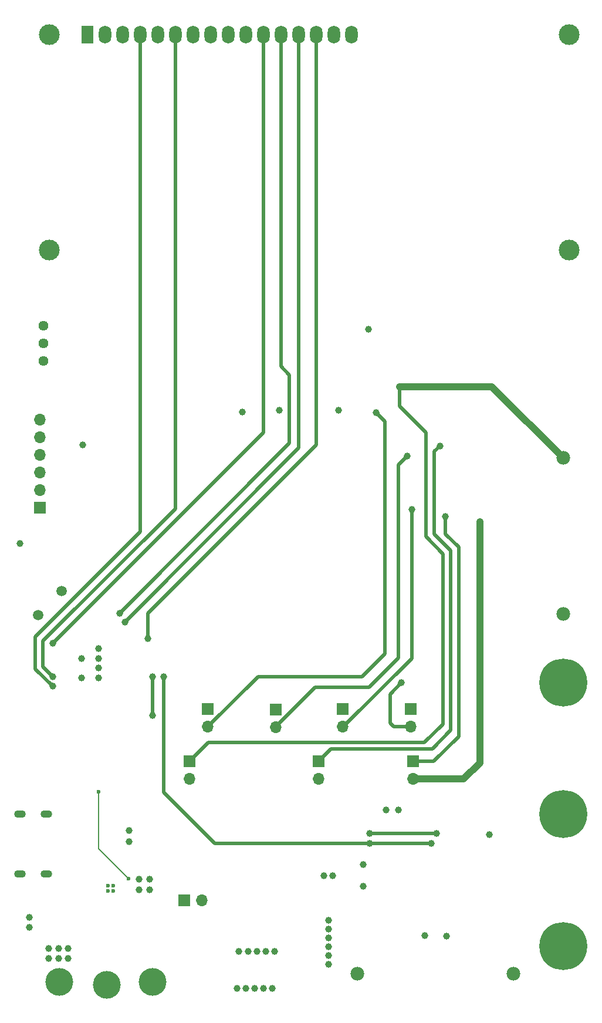
<source format=gbr>
%TF.GenerationSoftware,KiCad,Pcbnew,8.0.0*%
%TF.CreationDate,2025-03-31T17:33:55-04:00*%
%TF.ProjectId,oshe_dmm_project_v1,6f736865-5f64-46d6-9d5f-70726f6a6563,V1*%
%TF.SameCoordinates,Original*%
%TF.FileFunction,Copper,L4,Bot*%
%TF.FilePolarity,Positive*%
%FSLAX46Y46*%
G04 Gerber Fmt 4.6, Leading zero omitted, Abs format (unit mm)*
G04 Created by KiCad (PCBNEW 8.0.0) date 2025-03-31 17:33:55*
%MOMM*%
%LPD*%
G01*
G04 APERTURE LIST*
%TA.AperFunction,ComponentPad*%
%ADD10C,1.440000*%
%TD*%
%TA.AperFunction,ComponentPad*%
%ADD11C,3.000000*%
%TD*%
%TA.AperFunction,ComponentPad*%
%ADD12R,1.800000X2.600000*%
%TD*%
%TA.AperFunction,ComponentPad*%
%ADD13O,1.800000X2.600000*%
%TD*%
%TA.AperFunction,ComponentPad*%
%ADD14C,1.980000*%
%TD*%
%TA.AperFunction,ComponentPad*%
%ADD15C,4.000000*%
%TD*%
%TA.AperFunction,ComponentPad*%
%ADD16O,1.700000X1.100000*%
%TD*%
%TA.AperFunction,ComponentPad*%
%ADD17R,1.700000X1.700000*%
%TD*%
%TA.AperFunction,ComponentPad*%
%ADD18O,1.700000X1.700000*%
%TD*%
%TA.AperFunction,ComponentPad*%
%ADD19C,6.918200*%
%TD*%
%TA.AperFunction,ComponentPad*%
%ADD20C,1.500000*%
%TD*%
%TA.AperFunction,ViaPad*%
%ADD21C,1.000000*%
%TD*%
%TA.AperFunction,ViaPad*%
%ADD22C,0.600000*%
%TD*%
%TA.AperFunction,Conductor*%
%ADD23C,0.500000*%
%TD*%
%TA.AperFunction,Conductor*%
%ADD24C,1.000000*%
%TD*%
%TA.AperFunction,Conductor*%
%ADD25C,0.200000*%
%TD*%
G04 APERTURE END LIST*
D10*
%TO.P,RV1,1,1*%
%TO.N,+5V*%
X126161400Y-133205800D03*
%TO.P,RV1,2,2*%
%TO.N,Net-(DS1-VO)*%
X126161400Y-130665800D03*
%TO.P,RV1,3,3*%
%TO.N,GND*%
X126161400Y-128125800D03*
%TD*%
D11*
%TO.P,DS1,*%
%TO.N,*%
X126990900Y-86174500D03*
X126990900Y-117175200D03*
X201989480Y-117175200D03*
X201990000Y-86174500D03*
D12*
%TO.P,DS1,1,VSS*%
%TO.N,GND*%
X132490000Y-86174500D03*
D13*
%TO.P,DS1,2,VDD*%
%TO.N,+5V*%
X135030000Y-86174500D03*
%TO.P,DS1,3,VO*%
%TO.N,Net-(DS1-VO)*%
X137570000Y-86174500D03*
%TO.P,DS1,4,RS*%
%TO.N,MISO{slash}D12*%
X140110000Y-86174500D03*
%TO.P,DS1,5,R/W*%
%TO.N,GND*%
X142650000Y-86174500D03*
%TO.P,DS1,6,E*%
%TO.N,MOSI{slash}D11*%
X145190000Y-86174500D03*
%TO.P,DS1,7,D0*%
%TO.N,unconnected-(DS1-D0-Pad7)*%
X147730000Y-86174500D03*
%TO.P,DS1,8,D1*%
%TO.N,unconnected-(DS1-D1-Pad8)*%
X150270000Y-86174500D03*
%TO.P,DS1,9,D2*%
%TO.N,unconnected-(DS1-D2-Pad9)*%
X152810000Y-86174500D03*
%TO.P,DS1,10,D3*%
%TO.N,unconnected-(DS1-D3-Pad10)*%
X155350000Y-86174500D03*
%TO.P,DS1,11,D4*%
%TO.N,D5*%
X157890000Y-86174500D03*
%TO.P,DS1,12,D5*%
%TO.N,D4*%
X160430000Y-86174500D03*
%TO.P,DS1,13,D6*%
%TO.N,D3*%
X162970000Y-86174500D03*
%TO.P,DS1,14,D7*%
%TO.N,D2*%
X165510000Y-86174500D03*
%TO.P,DS1,15,LED(+)*%
%TO.N,Net-(DS1-LED(+))*%
X168050000Y-86174500D03*
%TO.P,DS1,16,LED(-)*%
%TO.N,GND*%
X170590000Y-86174500D03*
%TD*%
D14*
%TO.P,F2,1*%
%TO.N,Current_Input*%
X193977200Y-221572400D03*
%TO.P,F2,2*%
%TO.N,Net-(U2-IN+)*%
X171477200Y-221572400D03*
%TD*%
D15*
%TO.P,BAT-1,1,1*%
%TO.N,GND*%
X128447400Y-222766200D03*
%TD*%
D16*
%TO.P,J5,S1,SHIELD*%
%TO.N,GND*%
X126596000Y-198558000D03*
X122796000Y-198558000D03*
X126596000Y-207198000D03*
X122796000Y-207198000D03*
%TD*%
D15*
%TO.P,BAT+1,1,1*%
%TO.N,Net-(JP1-C)*%
X141909400Y-222766200D03*
%TD*%
D17*
%TO.P,J1,1,Pin_1*%
%TO.N,DTR*%
X125608950Y-154414800D03*
D18*
%TO.P,J1,2,Pin_2*%
%TO.N,TXD*%
X125608950Y-151874800D03*
%TO.P,J1,3,Pin_3*%
%TO.N,RXD*%
X125608950Y-149334800D03*
%TO.P,J1,4,Pin_4*%
%TO.N,+5V*%
X125608950Y-146794800D03*
%TO.P,J1,5,Pin_5*%
%TO.N,GND*%
X125608950Y-144254800D03*
%TO.P,J1,6,Pin_6*%
X125608950Y-141714800D03*
%TD*%
D17*
%TO.P,J6,1,Pin_1*%
%TO.N,9V_BAT_IN*%
X146451000Y-211006000D03*
D18*
%TO.P,J6,2,Pin_2*%
%TO.N,Net-(J6-Pin_2)*%
X148991000Y-211006000D03*
%TD*%
D17*
%TO.P,J10,1,Pin_1*%
%TO.N,+5V*%
X159634000Y-183467400D03*
D18*
%TO.P,J10,2,Pin_2*%
%TO.N,Net-(J10-Pin_2)*%
X159634000Y-186007400D03*
%TD*%
D17*
%TO.P,J13,1,Pin_1*%
%TO.N,+5V*%
X179105600Y-183447000D03*
D18*
%TO.P,J13,2,Pin_2*%
%TO.N,Net-(J13-Pin_2)*%
X179105600Y-185987000D03*
%TD*%
D14*
%TO.P,F1,1*%
%TO.N,Voltage_Input*%
X201116800Y-169678000D03*
%TO.P,F1,2*%
%TO.N,2V_Rang*%
X201116800Y-147178000D03*
%TD*%
D19*
%TO.P,J3,1,1*%
%TO.N,Input_Negative*%
X201193000Y-198610000D03*
%TD*%
D20*
%TO.P,Y1,1,1*%
%TO.N,Net-(U1-XTAL2{slash}PB7)*%
X125343389Y-169837812D03*
%TO.P,Y1,2,2*%
%TO.N,Net-(U1-XTAL1{slash}PB6)*%
X128794070Y-166387131D03*
%TD*%
D17*
%TO.P,J7,1,Pin_1*%
%TO.N,2V_Rang*%
X147218000Y-190990800D03*
D18*
%TO.P,J7,2,Pin_2*%
%TO.N,V_ADC_Input*%
X147218000Y-193530800D03*
%TD*%
D17*
%TO.P,J11,1,Pin_1*%
%TO.N,200V_Rang*%
X179476000Y-190990800D03*
D18*
%TO.P,J11,2,Pin_2*%
%TO.N,V_ADC_Input*%
X179476000Y-193530800D03*
%TD*%
D17*
%TO.P,J12,1,Pin_1*%
%TO.N,+5V*%
X169365000Y-183447000D03*
D18*
%TO.P,J12,2,Pin_2*%
%TO.N,Net-(J12-Pin_2)*%
X169365000Y-185987000D03*
%TD*%
D19*
%TO.P,J2,1,1*%
%TO.N,Voltage_Input*%
X201193000Y-179610000D03*
%TD*%
%TO.P,J4,1,1*%
%TO.N,Current_Input*%
X201193000Y-217610000D03*
%TD*%
D17*
%TO.P,J9,1,Pin_1*%
%TO.N,20V_Rang*%
X165810800Y-190985800D03*
D18*
%TO.P,J9,2,Pin_2*%
%TO.N,V_ADC_Input*%
X165810800Y-193525800D03*
%TD*%
D17*
%TO.P,J8,1,Pin_1*%
%TO.N,+5V*%
X149885000Y-183442000D03*
D18*
%TO.P,J8,2,Pin_2*%
%TO.N,Net-(J8-Pin_2)*%
X149885000Y-185982000D03*
%TD*%
D15*
%TO.P,Thermistor1,1,1*%
%TO.N,TS*%
X135259400Y-223198000D03*
%TD*%
D21*
%TO.N,GND*%
X126923400Y-217991000D03*
X128320400Y-217991000D03*
X166649000Y-207450000D03*
D22*
X136198400Y-209685200D03*
D21*
X134067000Y-178919600D03*
X167284000Y-216467000D03*
X184302000Y-216173400D03*
D22*
X136198400Y-208923200D03*
D21*
X129717400Y-217991000D03*
X124129400Y-214892200D03*
X167284000Y-213927000D03*
X172313200Y-208974000D03*
X126923400Y-219388000D03*
X129717400Y-219388000D03*
X167284000Y-220277000D03*
X190525000Y-201543000D03*
X167284000Y-215197000D03*
X122783200Y-159545600D03*
X167284000Y-217737000D03*
X138480400Y-202573200D03*
X138480400Y-200922200D03*
X124129400Y-213495200D03*
X134067000Y-176125600D03*
X134067000Y-177522600D03*
X167284000Y-219007000D03*
X128320400Y-219388000D03*
D22*
X135436400Y-208923200D03*
X135436400Y-209685200D03*
D21*
X167919000Y-207450000D03*
X134067000Y-174728600D03*
%TO.N,+5V*%
X158267000Y-218397400D03*
X154076000Y-223680600D03*
X172313200Y-205824400D03*
X177393200Y-197975800D03*
X168757757Y-140329115D03*
X131774800Y-145296200D03*
X156616000Y-223680600D03*
X159537000Y-218397400D03*
X160210970Y-140333216D03*
X155346000Y-223680600D03*
X159156000Y-223680600D03*
X131686000Y-178900400D03*
X155727000Y-218372000D03*
X131686000Y-176131800D03*
X154330000Y-218372000D03*
X175615200Y-197975800D03*
X157886000Y-223680600D03*
X181203200Y-216122600D03*
X156997000Y-218372000D03*
%TO.N,9V_BAT_IN*%
X139979000Y-209482000D03*
X141503000Y-209482000D03*
X139979000Y-207958000D03*
X141503000Y-207958000D03*
%TO.N,2V_Rang*%
X177510000Y-136898000D03*
D22*
%TO.N,Net-(D4-K)*%
X138445900Y-207868700D03*
X134111600Y-195359600D03*
D21*
%TO.N,SDA*%
X173176800Y-201379400D03*
X141884000Y-184336000D03*
X182854200Y-201379400D03*
X141884000Y-178748000D03*
%TO.N,D5*%
X127463000Y-173960600D03*
%TO.N,MISO{slash}D12*%
X127463000Y-180125100D03*
%TO.N,D2*%
X141179000Y-173267100D03*
%TO.N,D4*%
X137108800Y-169604000D03*
%TO.N,SCL*%
X182092200Y-202801800D03*
X143535000Y-178748000D03*
X173202200Y-202827200D03*
%TO.N,MOSI{slash}D11*%
X127463000Y-178728100D03*
%TO.N,D3*%
X137877000Y-170854100D03*
%TO.N,20V_Rang*%
X183350000Y-145458000D03*
%TO.N,200V_Rang*%
X184180000Y-155678000D03*
%TO.N,V_ADC_Input*%
X173063852Y-128594197D03*
X189107234Y-156435951D03*
%TO.N,Net-(J8-Pin_2)*%
X174140000Y-140628000D03*
%TO.N,Net-(J10-Pin_2)*%
X178630000Y-146948000D03*
%TO.N,Net-(J12-Pin_2)*%
X179280000Y-154638000D03*
%TO.N,Net-(J13-Pin_2)*%
X177825000Y-179637000D03*
X154847449Y-140587953D03*
%TD*%
D23*
%TO.N,2V_Rang*%
X183794000Y-185606000D02*
X183794000Y-161044200D01*
X181127000Y-188273000D02*
X183794000Y-185606000D01*
X181304800Y-158555000D02*
X181304800Y-143543600D01*
D24*
X201116800Y-147178000D02*
X190836800Y-136898000D01*
D23*
X181304800Y-143543600D02*
X177510000Y-139748800D01*
X149935800Y-188273000D02*
X181127000Y-188273000D01*
X183794000Y-161044200D02*
X181304800Y-158555000D01*
D24*
X190836800Y-136898000D02*
X177510000Y-136898000D01*
D23*
X177510000Y-139748800D02*
X177510000Y-136898000D01*
X147218000Y-190990800D02*
X149935800Y-188273000D01*
D25*
%TO.N,Net-(D4-K)*%
X134111600Y-195359600D02*
X134111600Y-203534400D01*
X134111600Y-203534400D02*
X138445900Y-207868700D01*
D23*
%TO.N,SDA*%
X141884000Y-178748000D02*
X141884000Y-184336000D01*
X182854200Y-201379400D02*
X173176800Y-201379400D01*
%TO.N,D5*%
X157886000Y-143537600D02*
X127463000Y-173960600D01*
D25*
X157890000Y-86174500D02*
X157886000Y-86178500D01*
D23*
X157886000Y-86178500D02*
X157886000Y-143537600D01*
%TO.N,MISO{slash}D12*%
X140110000Y-157865200D02*
X124967600Y-173007600D01*
X124967600Y-173007600D02*
X124967600Y-177629700D01*
X124967600Y-177629700D02*
X127463000Y-180125100D01*
X140110000Y-86174500D02*
X140110000Y-157865200D01*
%TO.N,D2*%
X165510000Y-86174500D02*
X165506000Y-86178500D01*
X165506000Y-145321600D02*
X141172800Y-169654800D01*
X141172800Y-169654800D02*
X141172800Y-170213600D01*
X165506000Y-86178500D02*
X165506000Y-145321600D01*
D25*
X141172800Y-170213600D02*
X141179000Y-170219800D01*
D23*
X141179000Y-170219800D02*
X141179000Y-173267100D01*
%TO.N,D4*%
X161645200Y-135212400D02*
X160430000Y-133997200D01*
X160430000Y-133997200D02*
X160430000Y-86174500D01*
X137108800Y-169604000D02*
X161645200Y-145067600D01*
X161645200Y-145067600D02*
X161645200Y-135212400D01*
%TO.N,SCL*%
X150901000Y-202827200D02*
X143535000Y-195461200D01*
X182092200Y-202801800D02*
X182066800Y-202827200D01*
X143535000Y-195461200D02*
X143535000Y-178748000D01*
X182066800Y-202827200D02*
X150901000Y-202827200D01*
%TO.N,MOSI{slash}D11*%
X126085200Y-177350300D02*
X126085200Y-173617200D01*
X127463000Y-178728100D02*
X126085200Y-177350300D01*
X145190000Y-154512400D02*
X145190000Y-86174500D01*
X126085200Y-173617200D02*
X145190000Y-154512400D01*
%TO.N,D3*%
X162970000Y-145761100D02*
X162970000Y-86174500D01*
X137877000Y-170854100D02*
X162970000Y-145761100D01*
%TO.N,20V_Rang*%
X184937000Y-186495000D02*
X184937000Y-160587000D01*
X182524000Y-146284000D02*
X183350000Y-145458000D01*
X167634600Y-189162000D02*
X182270000Y-189162000D01*
X165810800Y-190985800D02*
X167634600Y-189162000D01*
X184937000Y-160587000D02*
X182524000Y-158174000D01*
X182524000Y-158174000D02*
X182524000Y-146284000D01*
X182270000Y-189162000D02*
X184937000Y-186495000D01*
%TO.N,200V_Rang*%
X186080000Y-187384000D02*
X182473200Y-190990800D01*
X186080000Y-160079000D02*
X186080000Y-187384000D01*
X182473200Y-190990800D02*
X179476000Y-190990800D01*
X184180000Y-155678000D02*
X184180000Y-158179000D01*
X184180000Y-158179000D02*
X186080000Y-160079000D01*
D24*
%TO.N,V_ADC_Input*%
X186791200Y-193530800D02*
X189107234Y-191214766D01*
X179476000Y-193530800D02*
X186791200Y-193530800D01*
X189107234Y-191214766D02*
X189107234Y-156435951D01*
D23*
%TO.N,Net-(J8-Pin_2)*%
X149885000Y-185982000D02*
X149890000Y-185982000D01*
X172110000Y-178748000D02*
X175412000Y-175446000D01*
X157124000Y-178748000D02*
X172110000Y-178748000D01*
X175412000Y-175446000D02*
X175412000Y-141900000D01*
X175412000Y-141900000D02*
X174140000Y-140628000D01*
X149890000Y-185982000D02*
X157124000Y-178748000D01*
%TO.N,Net-(J10-Pin_2)*%
X165353600Y-180272000D02*
X173126000Y-180272000D01*
X177342400Y-176055600D02*
X177342400Y-148235600D01*
X159634000Y-185991600D02*
X165353600Y-180272000D01*
X173126000Y-180272000D02*
X177342400Y-176055600D01*
X177342400Y-148235600D02*
X178630000Y-146948000D01*
X159634000Y-186007400D02*
X159634000Y-185991600D01*
%TO.N,Net-(J12-Pin_2)*%
X179280000Y-176150000D02*
X179280000Y-154638000D01*
X169365000Y-185987000D02*
X169443000Y-185987000D01*
X169443000Y-185987000D02*
X179280000Y-176150000D01*
%TO.N,Net-(J13-Pin_2)*%
X176174000Y-185479000D02*
X176682000Y-185987000D01*
X176174000Y-181288000D02*
X176174000Y-185479000D01*
X176682000Y-185987000D02*
X179105600Y-185987000D01*
X177825000Y-179637000D02*
X176174000Y-181288000D01*
%TD*%
M02*

</source>
